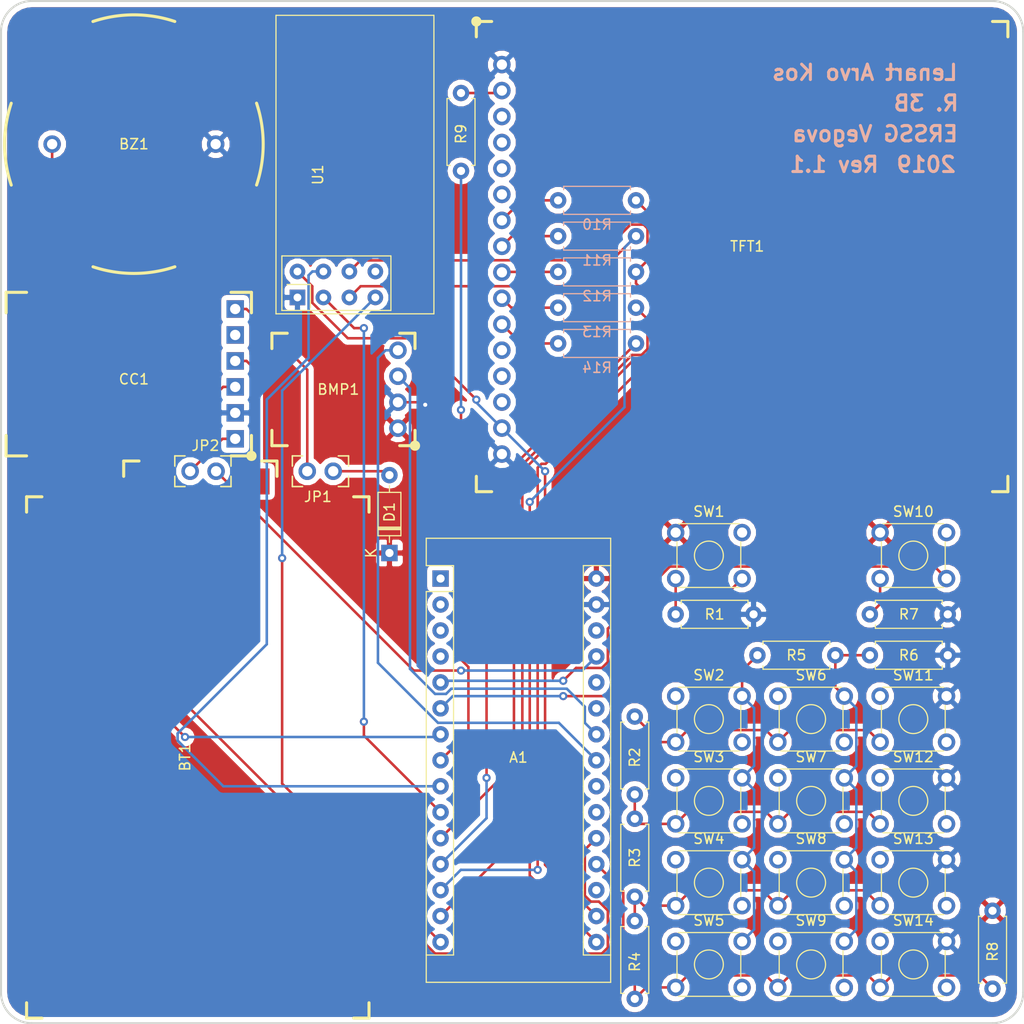
<source format=kicad_pcb>
(kicad_pcb (version 20171130) (host pcbnew 5.0.1)
  (title_block (title "Arduino Walkie Talkie") (date 2019-02-08) (rev 1.1) (comment 3 "Lisence: Beerware rev42") (comment 4 "Author: Lenart Arvo Kos"))
  (layers (0 F.Cu signal) (31 B.Cu signal) (34 B.Paste user) (35 F.Paste user) (36 B.SilkS user) (37 F.SilkS user) (38 B.Mask user) (39 F.Mask user) (44 Edge.Cuts user))
  (net 0 "")
  (net 1 "Net-(A1-Pad1)")
  (net 2 "Net-(A1-Pad17)")
  (net 3 "Net-(A1-Pad2)")
  (net 4 "Net-(A1-Pad18)")
  (net 5 "Net-(A1-Pad3)")
  (net 6 "Net-(A1-Pad19)")
  (net 7 "Net-(A1-Pad4)")
  (net 8 "Net-(A1-Pad20)")
  (net 9 "Net-(A1-Pad5)")
  (net 10 "Net-(A1-Pad21)")
  (net 11 "Net-(A1-Pad6)")
  (net 12 "Net-(A1-Pad22)")
  (net 13 "Net-(A1-Pad7)")
  (net 14 SDA)
  (net 15 "Net-(A1-Pad8)")
  (net 16 SCL)
  (net 17 "Net-(A1-Pad9)")
  (net 18 "Net-(A1-Pad25)")
  (net 19 "Net-(A1-Pad10)")
  (net 20 "Net-(A1-Pad26)")
  (net 21 "Net-(A1-Pad11)")
  (net 22 "Net-(A1-Pad27)")
  (net 23 "Net-(A1-Pad12)")
  (net 24 "Net-(A1-Pad28)")
  (net 25 "Net-(A1-Pad13)")
  (net 26 GND)
  (net 27 MOSI)
  (net 28 +5V)
  (net 29 MISO)
  (net 30 SCK)
  (net 31 "Net-(BT1-Pad2)")
  (net 32 "Net-(CC1-Pad5)")
  (net 33 "Net-(CC1-Pad6)")
  (net 34 "Net-(D1-Pad2)")
  (net 35 "Net-(R1-Pad1)")
  (net 36 "Net-(R2-Pad2)")
  (net 37 "Net-(R2-Pad1)")
  (net 38 "Net-(R3-Pad2)")
  (net 39 "Net-(R5-Pad1)")
  (net 40 "Net-(R5-Pad2)")
  (net 41 "Net-(R6-Pad2)")
  (net 42 "Net-(R9-Pad1)")
  (net 43 "Net-(SW1-Pad2)")
  (net 44 "Net-(SW2-Pad4)")
  (net 45 "Net-(SW2-Pad1)")
  (net 46 "Net-(SW3-Pad1)")
  (net 47 "Net-(SW3-Pad4)")
  (net 48 "Net-(SW4-Pad4)")
  (net 49 "Net-(SW4-Pad1)")
  (net 50 "Net-(SW5-Pad1)")
  (net 51 "Net-(SW5-Pad4)")
  (net 52 "Net-(SW6-Pad1)")
  (net 53 "Net-(SW6-Pad4)")
  (net 54 "Net-(SW7-Pad4)")
  (net 55 "Net-(SW7-Pad1)")
  (net 56 "Net-(SW8-Pad1)")
  (net 57 "Net-(SW8-Pad4)")
  (net 58 "Net-(SW9-Pad4)")
  (net 59 "Net-(SW9-Pad1)")
  (net 60 "Net-(SW10-Pad2)")
  (net 61 "Net-(SW11-Pad4)")
  (net 62 "Net-(SW11-Pad1)")
  (net 63 "Net-(SW12-Pad1)")
  (net 64 "Net-(SW12-Pad4)")
  (net 65 "Net-(SW13-Pad4)")
  (net 66 "Net-(SW13-Pad1)")
  (net 67 "Net-(SW14-Pad1)")
  (net 68 "Net-(SW14-Pad4)")
  (net 69 "Net-(TFT1-Pad3)")
  (net 70 "Net-(TFT1-Pad4)")
  (net 71 "Net-(TFT1-Pad5)")
  (net 72 "Net-(TFT1-Pad6)")
  (net 73 "Net-(TFT1-Pad12)")
  (net 74 "Net-(TFT1-Pad13)")
  (net 75 "Net-(TFT1-Pad14)")
  (net 76 "Net-(U1-Pad8)")
  (net 77 "Net-(R14-Pad1)")
  (net 78 "Net-(R13-Pad1)")
  (net 79 "Net-(R12-Pad1)")
  (net 80 "Net-(R11-Pad1)")
  (net 81 "Net-(R10-Pad1)")
  (net 82 "Net-(CC1-Pad1)")
  (module TFT_KMR_18_SPI:TFT_KMR_1.8_SPI (layer F.Cu) (at 171 64)
    (fp_text reference TFT1 (at 0 0) (layer F.SilkS))
    (fp_text value 1.8_SPI_TFT_128*160)
    (pad 16 thru_hole circle (at -24 20.32) (size 1.71 1.71) (drill 1.01) (layers *.Cu *.Mask) (net 26 GND))
    (pad 15 thru_hole circle (at -24 17.78) (size 1.71 1.71) (drill 1.01) (layers *.Cu *.Mask) (net 2 "Net-(A1-Pad17)"))
    (pad 14 thru_hole circle (at -24 15.24) (size 1.71 1.71) (drill 1.01) (layers *.Cu *.Mask) (net 75 "Net-(TFT1-Pad14)"))
    (pad 13 thru_hole circle (at -24 12.7) (size 1.71 1.71) (drill 1.01) (layers *.Cu *.Mask) (net 74 "Net-(TFT1-Pad13)"))
    (pad 12 thru_hole circle (at -24 10.16) (size 1.71 1.71) (drill 1.01) (layers *.Cu *.Mask) (net 73 "Net-(TFT1-Pad12)"))
    (pad 11 thru_hole circle (at -24 7.62) (size 1.71 1.71) (drill 1.01) (layers *.Cu *.Mask) (net 77 "Net-(R14-Pad1)"))
    (pad 10 thru_hole circle (at -24 5.08) (size 1.71 1.71) (drill 1.01) (layers *.Cu *.Mask) (net 78 "Net-(R13-Pad1)"))
    (pad 9 thru_hole circle (at -24 2.54) (size 1.71 1.71) (drill 1.01) (layers *.Cu *.Mask) (net 79 "Net-(R12-Pad1)"))
    (pad 8 thru_hole circle (at -24 0) (size 1.71 1.71) (drill 1.01) (layers *.Cu *.Mask) (net 80 "Net-(R11-Pad1)"))
    (pad 7 thru_hole circle (at -24 -2.54) (size 1.71 1.71) (drill 1.01) (layers *.Cu *.Mask) (net 81 "Net-(R10-Pad1)"))
    (pad 6 thru_hole circle (at -24 -5.08) (size 1.71 1.71) (drill 1.01) (layers *.Cu *.Mask) (net 72 "Net-(TFT1-Pad6)"))
    (pad 5 thru_hole circle (at -24 -7.62) (size 1.71 1.71) (drill 1.01) (layers *.Cu *.Mask) (net 71 "Net-(TFT1-Pad5)"))
    (pad 4 thru_hole circle (at -24 -10.16) (size 1.71 1.71) (drill 1.01) (layers *.Cu *.Mask) (net 70 "Net-(TFT1-Pad4)"))
    (pad 3 thru_hole circle (at -24 -12.7) (size 1.71 1.71) (drill 1.01) (layers *.Cu *.Mask) (net 69 "Net-(TFT1-Pad3)"))
    (pad 2 thru_hole circle (at -24 -15.24) (size 1.71 1.71) (drill 1.01) (layers *.Cu *.Mask) (net 42 "Net-(R9-Pad1)"))
    (pad 1 thru_hole circle (at -24 -17.78) (size 1.71 1.71) (drill 1.01) (layers *.Cu *.Mask) (net 26 GND))
  )
  (module PIN_JUMPER:PIN_JUMPER (layer F.Cu) (at 118 86 180)
    (fp_text reference JP2 (at 0 2.5 180) (layer F.SilkS))
    (fp_text value Jumper)
    (pad 1 thru_hole circle (at -1.04 0 180) (size 1.71 1.71) (drill 1.01) (layers *.Cu *.Mask) (net 22 "Net-(A1-Pad27)"))
    (pad 2 thru_hole circle (at 1.5 0 180) (size 1.71 1.71) (drill 1.01) (layers *.Cu *.Mask) (net 82 "Net-(CC1-Pad1)"))
  )
  (module Resistor_THT:R_Axial_DIN0207_L6.3mm_D2.5mm_P7.62mm_Horizontal (layer B.Cu) (at 152.5 73.5)
    (fp_text reference R14 (at 3.81 2.37) (layer B.SilkS) (effects (justify mirror)))
    (fp_text value 2k7)
    (pad 1 thru_hole circle (at 0 0) (size 1.6 1.6) (drill 0.8) (layers *.Cu *.Mask) (net 77 "Net-(R14-Pad1)"))
    (pad 2 thru_hole oval (at 7.62 0) (size 1.6 1.6) (drill 0.8) (layers *.Cu *.Mask) (net 23 "Net-(A1-Pad12)"))
  )
  (module Resistor_THT:R_Axial_DIN0207_L6.3mm_D2.5mm_P7.62mm_Horizontal (layer B.Cu) (at 152.5 70)
    (fp_text reference R13 (at 3.81 2.37) (layer B.SilkS) (effects (justify mirror)))
    (fp_text value 2k7)
    (pad 2 thru_hole oval (at 7.62 0) (size 1.6 1.6) (drill 0.8) (layers *.Cu *.Mask) (net 21 "Net-(A1-Pad11)"))
    (pad 1 thru_hole circle (at 0 0) (size 1.6 1.6) (drill 0.8) (layers *.Cu *.Mask) (net 78 "Net-(R13-Pad1)"))
  )
  (module Resistor_THT:R_Axial_DIN0207_L6.3mm_D2.5mm_P7.62mm_Horizontal (layer B.Cu) (at 152.5 66.5)
    (fp_text reference R12 (at 3.81 2.37) (layer B.SilkS) (effects (justify mirror)))
    (fp_text value 2k7)
    (pad 1 thru_hole circle (at 0 0) (size 1.6 1.6) (drill 0.8) (layers *.Cu *.Mask) (net 79 "Net-(R12-Pad1)"))
    (pad 2 thru_hole oval (at 7.62 0) (size 1.6 1.6) (drill 0.8) (layers *.Cu *.Mask) (net 27 MOSI))
  )
  (module Resistor_THT:R_Axial_DIN0207_L6.3mm_D2.5mm_P7.62mm_Horizontal (layer B.Cu) (at 152.5 63)
    (fp_text reference R11 (at 3.81 2.37) (layer B.SilkS) (effects (justify mirror)))
    (fp_text value 2k7)
    (pad 2 thru_hole oval (at 7.62 0) (size 1.6 1.6) (drill 0.8) (layers *.Cu *.Mask) (net 30 SCK))
    (pad 1 thru_hole circle (at 0 0) (size 1.6 1.6) (drill 0.8) (layers *.Cu *.Mask) (net 80 "Net-(R11-Pad1)"))
  )
  (module Resistor_THT:R_Axial_DIN0207_L6.3mm_D2.5mm_P7.62mm_Horizontal (layer B.Cu) (at 152.5 59.5)
    (fp_text reference R10 (at 3.81 2.37) (layer B.SilkS) (effects (justify mirror)))
    (fp_text value 2k7)
    (pad 1 thru_hole circle (at 0 0) (size 1.6 1.6) (drill 0.8) (layers *.Cu *.Mask) (net 81 "Net-(R10-Pad1)"))
    (pad 2 thru_hole oval (at 7.62 0) (size 1.6 1.6) (drill 0.8) (layers *.Cu *.Mask) (net 25 "Net-(A1-Pad13)"))
  )
  (module BUZZER:BUZZER (layer F.Cu) (at 111 54)
    (fp_text reference BZ1 (at 0 0) (layer F.SilkS))
    (fp_text value Buzzer)
    (pad 2 thru_hole circle (at 8 0) (size 1.71 1.71) (drill 1.01) (layers *.Cu *.Mask) (net 26 GND))
    (pad 1 thru_hole circle (at -8 0) (size 1.71 1.71) (drill 1.01) (layers *.Cu *.Mask) (net 13 "Net-(A1-Pad7)"))
  )
  (module Resistor_THT:R_Axial_DIN0207_L6.3mm_D2.5mm_P7.62mm_Horizontal (layer F.Cu) (at 160 130 270)
    (fp_text reference R4 (at 4 0 270) (layer F.SilkS))
    (fp_text value 1k5)
    (pad 1 thru_hole circle (at 0 0 270) (size 1.6 1.6) (drill 0.8) (layers *.Cu *.Mask) (net 38 "Net-(R3-Pad2)"))
    (pad 2 thru_hole oval (at 7.62 0 270) (size 1.6 1.6) (drill 0.8) (layers *.Cu *.Mask) (net 6 "Net-(A1-Pad19)"))
  )
  (module Resistor_THT:R_Axial_DIN0207_L6.3mm_D2.5mm_P7.62mm_Horizontal (layer F.Cu) (at 160 120 270)
    (fp_text reference R3 (at 3.81 0 270) (layer F.SilkS))
    (fp_text value 1k5)
    (pad 2 thru_hole oval (at 7.62 0 270) (size 1.6 1.6) (drill 0.8) (layers *.Cu *.Mask) (net 38 "Net-(R3-Pad2)"))
    (pad 1 thru_hole circle (at 0 0 270) (size 1.6 1.6) (drill 0.8) (layers *.Cu *.Mask) (net 36 "Net-(R2-Pad2)"))
  )
  (module Resistor_THT:R_Axial_DIN0207_L6.3mm_D2.5mm_P7.62mm_Horizontal (layer F.Cu) (at 160 110 270)
    (fp_text reference R2 (at 4 0 270) (layer F.SilkS))
    (fp_text value 15k)
    (pad 1 thru_hole circle (at 0 0 270) (size 1.6 1.6) (drill 0.8) (layers *.Cu *.Mask) (net 37 "Net-(R2-Pad1)"))
    (pad 2 thru_hole oval (at 7.62 0 270) (size 1.6 1.6) (drill 0.8) (layers *.Cu *.Mask) (net 36 "Net-(R2-Pad2)"))
  )
  (module Resistor_THT:R_Axial_DIN0207_L6.3mm_D2.5mm_P7.62mm_Horizontal (layer F.Cu) (at 164 100)
    (fp_text reference R1 (at 3.81 0) (layer F.SilkS))
    (fp_text value 10k)
    (pad 2 thru_hole oval (at 7.62 0) (size 1.6 1.6) (drill 0.8) (layers *.Cu *.Mask) (net 26 GND))
    (pad 1 thru_hole circle (at 0 0) (size 1.6 1.6) (drill 0.8) (layers *.Cu *.Mask) (net 35 "Net-(R1-Pad1)"))
  )
  (module Resistor_THT:R_Axial_DIN0207_L6.3mm_D2.5mm_P7.62mm_Horizontal (layer F.Cu) (at 179.62 104 180)
    (fp_text reference R5 (at 3.81 0 180) (layer F.SilkS))
    (fp_text value 4.7k)
    (pad 1 thru_hole circle (at 0 0 180) (size 1.6 1.6) (drill 0.8) (layers *.Cu *.Mask) (net 39 "Net-(R5-Pad1)"))
    (pad 2 thru_hole oval (at 7.62 0 180) (size 1.6 1.6) (drill 0.8) (layers *.Cu *.Mask) (net 40 "Net-(R5-Pad2)"))
  )
  (module Resistor_THT:R_Axial_DIN0207_L6.3mm_D2.5mm_P7.62mm_Horizontal (layer F.Cu) (at 190.62 100 180)
    (fp_text reference R6 (at 3.81 -4 180) (layer F.SilkS))
    (fp_text value 10k)
    (pad 2 thru_hole oval (at 7.62 0 180) (size 1.6 1.6) (drill 0.8) (layers *.Cu *.Mask) (net 41 "Net-(R6-Pad2)"))
    (pad 1 thru_hole circle (at 0 0 180) (size 1.6 1.6) (drill 0.8) (layers *.Cu *.Mask) (net 26 GND))
  )
  (module Resistor_THT:R_Axial_DIN0207_L6.3mm_D2.5mm_P7.62mm_Horizontal (layer F.Cu) (at 183 104)
    (fp_text reference R7 (at 3.81 -4) (layer F.SilkS))
    (fp_text value 2k2)
    (pad 1 thru_hole circle (at 0 0) (size 1.6 1.6) (drill 0.8) (layers *.Cu *.Mask) (net 39 "Net-(R5-Pad1)"))
    (pad 2 thru_hole oval (at 7.62 0) (size 1.6 1.6) (drill 0.8) (layers *.Cu *.Mask) (net 26 GND))
  )
  (module Resistor_THT:R_Axial_DIN0207_L6.3mm_D2.5mm_P7.62mm_Horizontal (layer F.Cu) (at 195 129 270)
    (fp_text reference R8 (at 4 0 270) (layer F.SilkS))
    (fp_text value 10k)
    (pad 2 thru_hole oval (at 7.62 0 270) (size 1.6 1.6) (drill 0.8) (layers *.Cu *.Mask) (net 6 "Net-(A1-Pad19)"))
    (pad 1 thru_hole circle (at 0 0 270) (size 1.6 1.6) (drill 0.8) (layers *.Cu *.Mask) (net 28 +5V))
  )
  (module Resistor_THT:R_Axial_DIN0207_L6.3mm_D2.5mm_P7.62mm_Horizontal (layer F.Cu) (at 143 49 270)
    (fp_text reference R9 (at 4 0 270) (layer F.SilkS))
    (fp_text value 220)
    (pad 1 thru_hole circle (at 0 0 270) (size 1.6 1.6) (drill 0.8) (layers *.Cu *.Mask) (net 42 "Net-(R9-Pad1)"))
    (pad 2 thru_hole oval (at 7.62 0 270) (size 1.6 1.6) (drill 0.8) (layers *.Cu *.Mask) (net 15 "Net-(A1-Pad8)"))
  )
  (module Module:Arduino_Nano (layer F.Cu) (at 141 96.5)
    (fp_text reference A1 (at 7.62 17.5) (layer F.SilkS))
    (fp_text value Arduino_Nano_v3.x)
    (pad 16 thru_hole oval (at 15.24 35.56) (size 1.6 1.6) (drill 0.8) (layers *.Cu *.Mask) (net 30 SCK))
    (pad 15 thru_hole oval (at 0 35.56) (size 1.6 1.6) (drill 0.8) (layers *.Cu *.Mask) (net 29 MISO))
    (pad 30 thru_hole oval (at 15.24 0) (size 1.6 1.6) (drill 0.8) (layers *.Cu *.Mask) (net 28 +5V))
    (pad 14 thru_hole oval (at 0 33.02) (size 1.6 1.6) (drill 0.8) (layers *.Cu *.Mask) (net 27 MOSI))
    (pad 29 thru_hole oval (at 15.24 2.54) (size 1.6 1.6) (drill 0.8) (layers *.Cu *.Mask) (net 26 GND))
    (pad 13 thru_hole oval (at 0 30.48) (size 1.6 1.6) (drill 0.8) (layers *.Cu *.Mask) (net 25 "Net-(A1-Pad13)"))
    (pad 28 thru_hole oval (at 15.24 5.08) (size 1.6 1.6) (drill 0.8) (layers *.Cu *.Mask) (net 24 "Net-(A1-Pad28)"))
    (pad 12 thru_hole oval (at 0 27.94) (size 1.6 1.6) (drill 0.8) (layers *.Cu *.Mask) (net 23 "Net-(A1-Pad12)"))
    (pad 27 thru_hole oval (at 15.24 7.62) (size 1.6 1.6) (drill 0.8) (layers *.Cu *.Mask) (net 22 "Net-(A1-Pad27)"))
    (pad 11 thru_hole oval (at 0 25.4) (size 1.6 1.6) (drill 0.8) (layers *.Cu *.Mask) (net 21 "Net-(A1-Pad11)"))
    (pad 26 thru_hole oval (at 15.24 10.16) (size 1.6 1.6) (drill 0.8) (layers *.Cu *.Mask) (net 20 "Net-(A1-Pad26)"))
    (pad 10 thru_hole oval (at 0 22.86) (size 1.6 1.6) (drill 0.8) (layers *.Cu *.Mask) (net 19 "Net-(A1-Pad10)"))
    (pad 25 thru_hole oval (at 15.24 12.7) (size 1.6 1.6) (drill 0.8) (layers *.Cu *.Mask) (net 18 "Net-(A1-Pad25)"))
    (pad 9 thru_hole oval (at 0 20.32) (size 1.6 1.6) (drill 0.8) (layers *.Cu *.Mask) (net 17 "Net-(A1-Pad9)"))
    (pad 24 thru_hole oval (at 15.24 15.24) (size 1.6 1.6) (drill 0.8) (layers *.Cu *.Mask) (net 16 SCL))
    (pad 8 thru_hole oval (at 0 17.78) (size 1.6 1.6) (drill 0.8) (layers *.Cu *.Mask) (net 15 "Net-(A1-Pad8)"))
    (pad 23 thru_hole oval (at 15.24 17.78) (size 1.6 1.6) (drill 0.8) (layers *.Cu *.Mask) (net 14 SDA))
    (pad 7 thru_hole oval (at 0 15.24) (size 1.6 1.6) (drill 0.8) (layers *.Cu *.Mask) (net 13 "Net-(A1-Pad7)"))
    (pad 22 thru_hole oval (at 15.24 20.32) (size 1.6 1.6) (drill 0.8) (layers *.Cu *.Mask) (net 12 "Net-(A1-Pad22)"))
    (pad 6 thru_hole oval (at 0 12.7) (size 1.6 1.6) (drill 0.8) (layers *.Cu *.Mask) (net 11 "Net-(A1-Pad6)"))
    (pad 21 thru_hole oval (at 15.24 22.86) (size 1.6 1.6) (drill 0.8) (layers *.Cu *.Mask) (net 10 "Net-(A1-Pad21)"))
    (pad 5 thru_hole oval (at 0 10.16) (size 1.6 1.6) (drill 0.8) (layers *.Cu *.Mask) (net 9 "Net-(A1-Pad5)"))
    (pad 20 thru_hole oval (at 15.24 25.4) (size 1.6 1.6) (drill 0.8) (layers *.Cu *.Mask) (net 8 "Net-(A1-Pad20)"))
    (pad 4 thru_hole oval (at 0 7.62) (size 1.6 1.6) (drill 0.8) (layers *.Cu *.Mask) (net 7 "Net-(A1-Pad4)"))
    (pad 19 thru_hole oval (at 15.24 27.94) (size 1.6 1.6) (drill 0.8) (layers *.Cu *.Mask) (net 6 "Net-(A1-Pad19)"))
    (pad 3 thru_hole oval (at 0 5.08) (size 1.6 1.6) (drill 0.8) (layers *.Cu *.Mask) (net 5 "Net-(A1-Pad3)"))
    (pad 18 thru_hole oval (at 15.24 30.48) (size 1.6 1.6) (drill 0.8) (layers *.Cu *.Mask) (net 4 "Net-(A1-Pad18)"))
    (pad 2 thru_hole oval (at 0 2.54) (size 1.6 1.6) (drill 0.8) (layers *.Cu *.Mask) (net 3 "Net-(A1-Pad2)"))
    (pad 17 thru_hole oval (at 15.24 33.02) (size 1.6 1.6) (drill 0.8) (layers *.Cu *.Mask) (net 2 "Net-(A1-Pad17)"))
    (pad 1 thru_hole rect (at 0 0) (size 1.6 1.6) (drill 0.8) (layers *.Cu *.Mask) (net 1 "Net-(A1-Pad1)"))
  )
  (module BMP280:BMP280 (layer F.Cu) (at 131 78 180)
    (fp_text reference BMP1 (at 0 0 180) (layer F.SilkS))
    (fp_text value BMP280)
    (pad 4 thru_hole circle (at -5.83 3.83 180) (size 1.71 1.71) (drill 1.01) (layers *.Cu *.Mask) (net 14 SDA))
    (pad 3 thru_hole circle (at -5.83 1.29 180) (size 1.71 1.71) (drill 1.01) (layers *.Cu *.Mask) (net 16 SCL))
    (pad 2 thru_hole circle (at -5.83 -1.25 180) (size 1.71 1.71) (drill 1.01) (layers *.Cu *.Mask) (net 26 GND))
    (pad 1 thru_hole circle (at -5.83 -3.79 180) (size 1.71 1.71) (drill 1.01) (layers *.Cu *.Mask) (net 28 +5V))
  )
  (module BAT_LIION_3V7:BAT_LIION_3V7 (layer F.Cu) (at 116 114 270)
    (fp_text reference BT1 (at 0 0 270) (layer F.SilkS))
    (fp_text value Battery)
    (pad 2 connect rect (at -27 -7 270) (size 2.54 2.54) (layers F.Cu F.Mask) (net 31 "Net-(BT1-Pad2)"))
    (pad 1 connect rect (at -27 4 270) (size 2.54 2.54) (layers F.Cu F.Mask) (net 8 "Net-(A1-Pad20)"))
  )
  (module DD05CVSA:DD05CVSA (layer F.Cu) (at 111 77 180)
    (fp_text reference CC1 (at 0 0 180) (layer F.SilkS))
    (fp_text value DD05CVSA)
    (pad 6 thru_hole rect (at -9.91 6.87 180) (size 1.71 1.71) (drill 1.01) (layers *.Cu *.Mask) (net 33 "Net-(CC1-Pad6)"))
    (pad 5 thru_hole rect (at -9.91 4.33 180) (size 1.71 1.71) (drill 1.01) (layers *.Cu *.Mask) (net 32 "Net-(CC1-Pad5)"))
    (pad 4 thru_hole rect (at -9.91 1.79 180) (size 1.71 1.71) (drill 1.01) (layers *.Cu *.Mask) (net 31 "Net-(BT1-Pad2)"))
    (pad 3 thru_hole rect (at -9.91 -0.75 180) (size 1.71 1.71) (drill 1.01) (layers *.Cu *.Mask) (net 8 "Net-(A1-Pad20)"))
    (pad 2 thru_hole rect (at -9.91 -3.29 180) (size 1.71 1.71) (drill 1.01) (layers *.Cu *.Mask) (net 26 GND))
    (pad 1 thru_hole rect (at -9.91 -5.83 180) (size 1.71 1.71) (drill 1.01) (layers *.Cu *.Mask) (net 82 "Net-(CC1-Pad1)"))
  )
  (module Diode_THT:D_DO-35_SOD27_P7.62mm_Horizontal (layer F.Cu) (at 136 94 90)
    (fp_text reference D1 (at 4 0 90) (layer F.SilkS))
    (fp_text value 1N4148)
    (fp_text user K (at 0 -1.8 90) (layer F.SilkS))
    (pad 2 thru_hole oval (at 7.62 0 90) (size 1.6 1.6) (drill 0.8) (layers *.Cu *.Mask) (net 34 "Net-(D1-Pad2)"))
    (pad 1 thru_hole rect (at 0 0 90) (size 1.6 1.6) (drill 0.8) (layers *.Cu *.Mask) (net 28 +5V))
  )
  (module PIN_JUMPER:PIN_JUMPER (layer F.Cu) (at 129 86)
    (fp_text reference JP1 (at 0 2.5) (layer F.SilkS))
    (fp_text value Jumper)
    (pad 2 thru_hole circle (at 1.5 0) (size 1.71 1.71) (drill 1.01) (layers *.Cu *.Mask) (net 34 "Net-(D1-Pad2)"))
    (pad 1 thru_hole circle (at -1.04 0) (size 1.71 1.71) (drill 1.01) (layers *.Cu *.Mask) (net 33 "Net-(CC1-Pad6)"))
  )
  (module Button_Switch_THT:SW_TH_Tactile_Omron_B3F-10xx (layer F.Cu) (at 164 92)
    (fp_text reference SW1 (at 3.25 -2.05) (layer F.SilkS))
    (fp_text value SW_Push_Dual)
    (pad 1 thru_hole circle (at 0 0) (size 1.7 1.7) (drill 1) (layers *.Cu *.Mask) (net 28 +5V))
    (pad 2 thru_hole circle (at 6.5 0) (size 1.7 1.7) (drill 1) (layers *.Cu *.Mask) (net 43 "Net-(SW1-Pad2)"))
    (pad 3 thru_hole circle (at 0 4.5) (size 1.7 1.7) (drill 1) (layers *.Cu *.Mask) (net 35 "Net-(R1-Pad1)"))
    (pad 4 thru_hole circle (at 6.5 4.5) (size 1.7 1.7) (drill 1) (layers *.Cu *.Mask) (net 11 "Net-(A1-Pad6)"))
  )
  (module Button_Switch_THT:SW_TH_Tactile_Omron_B3F-10xx (layer F.Cu) (at 164 108)
    (fp_text reference SW2 (at 3.25 -2.05) (layer F.SilkS))
    (fp_text value SW_Push_Dual)
    (pad 1 thru_hole circle (at 0 0) (size 1.7 1.7) (drill 1) (layers *.Cu *.Mask) (net 45 "Net-(SW2-Pad1)"))
    (pad 2 thru_hole circle (at 6.5 0) (size 1.7 1.7) (drill 1) (layers *.Cu *.Mask) (net 40 "Net-(R5-Pad2)"))
    (pad 3 thru_hole circle (at 0 4.5) (size 1.7 1.7) (drill 1) (layers *.Cu *.Mask) (net 37 "Net-(R2-Pad1)"))
    (pad 4 thru_hole circle (at 6.5 4.5) (size 1.7 1.7) (drill 1) (layers *.Cu *.Mask) (net 44 "Net-(SW2-Pad4)"))
  )
  (module Button_Switch_THT:SW_TH_Tactile_Omron_B3F-10xx (layer F.Cu) (at 164 116)
    (fp_text reference SW3 (at 3.25 -2.05) (layer F.SilkS))
    (fp_text value SW_Push_Dual)
    (pad 1 thru_hole circle (at 0 0) (size 1.7 1.7) (drill 1) (layers *.Cu *.Mask) (net 46 "Net-(SW3-Pad1)"))
    (pad 2 thru_hole circle (at 6.5 0) (size 1.7 1.7) (drill 1) (layers *.Cu *.Mask) (net 40 "Net-(R5-Pad2)"))
    (pad 3 thru_hole circle (at 0 4.5) (size 1.7 1.7) (drill 1) (layers *.Cu *.Mask) (net 36 "Net-(R2-Pad2)"))
    (pad 4 thru_hole circle (at 6.5 4.5) (size 1.7 1.7) (drill 1) (layers *.Cu *.Mask) (net 47 "Net-(SW3-Pad4)"))
  )
  (module Button_Switch_THT:SW_TH_Tactile_Omron_B3F-10xx (layer F.Cu) (at 164 124)
    (fp_text reference SW4 (at 3.25 -2.05) (layer F.SilkS))
    (fp_text value SW_Push_Dual)
    (pad 1 thru_hole circle (at 0 0) (size 1.7 1.7) (drill 1) (layers *.Cu *.Mask) (net 49 "Net-(SW4-Pad1)"))
    (pad 2 thru_hole circle (at 6.5 0) (size 1.7 1.7) (drill 1) (layers *.Cu *.Mask) (net 40 "Net-(R5-Pad2)"))
    (pad 3 thru_hole circle (at 0 4.5) (size 1.7 1.7) (drill 1) (layers *.Cu *.Mask) (net 38 "Net-(R3-Pad2)"))
    (pad 4 thru_hole circle (at 6.5 4.5) (size 1.7 1.7) (drill 1) (layers *.Cu *.Mask) (net 48 "Net-(SW4-Pad4)"))
  )
  (module Button_Switch_THT:SW_TH_Tactile_Omron_B3F-10xx (layer F.Cu) (at 164 132)
    (fp_text reference SW5 (at 3.25 -2.05) (layer F.SilkS))
    (fp_text value SW_Push_Dual)
    (pad 1 thru_hole circle (at 0 0) (size 1.7 1.7) (drill 1) (layers *.Cu *.Mask) (net 50 "Net-(SW5-Pad1)"))
    (pad 2 thru_hole circle (at 6.5 0) (size 1.7 1.7) (drill 1) (layers *.Cu *.Mask) (net 40 "Net-(R5-Pad2)"))
    (pad 3 thru_hole circle (at 0 4.5) (size 1.7 1.7) (drill 1) (layers *.Cu *.Mask) (net 6 "Net-(A1-Pad19)"))
    (pad 4 thru_hole circle (at 6.5 4.5) (size 1.7 1.7) (drill 1) (layers *.Cu *.Mask) (net 51 "Net-(SW5-Pad4)"))
  )
  (module Button_Switch_THT:SW_TH_Tactile_Omron_B3F-10xx (layer F.Cu) (at 174 108)
    (fp_text reference SW6 (at 3.25 -2.05) (layer F.SilkS))
    (fp_text value SW_Push_Dual)
    (pad 1 thru_hole circle (at 0 0) (size 1.7 1.7) (drill 1) (layers *.Cu *.Mask) (net 52 "Net-(SW6-Pad1)"))
    (pad 2 thru_hole circle (at 6.5 0) (size 1.7 1.7) (drill 1) (layers *.Cu *.Mask) (net 39 "Net-(R5-Pad1)"))
    (pad 3 thru_hole circle (at 0 4.5) (size 1.7 1.7) (drill 1) (layers *.Cu *.Mask) (net 37 "Net-(R2-Pad1)"))
    (pad 4 thru_hole circle (at 6.5 4.5) (size 1.7 1.7) (drill 1) (layers *.Cu *.Mask) (net 53 "Net-(SW6-Pad4)"))
  )
  (module Button_Switch_THT:SW_TH_Tactile_Omron_B3F-10xx (layer F.Cu) (at 174 116)
    (fp_text reference SW7 (at 3.25 -2.05) (layer F.SilkS))
    (fp_text value SW_Push_Dual)
    (pad 1 thru_hole circle (at 0 0) (size 1.7 1.7) (drill 1) (layers *.Cu *.Mask) (net 55 "Net-(SW7-Pad1)"))
    (pad 2 thru_hole circle (at 6.5 0) (size 1.7 1.7) (drill 1) (layers *.Cu *.Mask) (net 39 "Net-(R5-Pad1)"))
    (pad 3 thru_hole circle (at 0 4.5) (size 1.7 1.7) (drill 1) (layers *.Cu *.Mask) (net 36 "Net-(R2-Pad2)"))
    (pad 4 thru_hole circle (at 6.5 4.5) (size 1.7 1.7) (drill 1) (layers *.Cu *.Mask) (net 54 "Net-(SW7-Pad4)"))
  )
  (module Button_Switch_THT:SW_TH_Tactile_Omron_B3F-10xx (layer F.Cu) (at 174 124)
    (fp_text reference SW8 (at 3.25 -2.05) (layer F.SilkS))
    (fp_text value SW_Push_Dual)
    (pad 1 thru_hole circle (at 0 0) (size 1.7 1.7) (drill 1) (layers *.Cu *.Mask) (net 56 "Net-(SW8-Pad1)"))
    (pad 2 thru_hole circle (at 6.5 0) (size 1.7 1.7) (drill 1) (layers *.Cu *.Mask) (net 39 "Net-(R5-Pad1)"))
    (pad 3 thru_hole circle (at 0 4.5) (size 1.7 1.7) (drill 1) (layers *.Cu *.Mask) (net 38 "Net-(R3-Pad2)"))
    (pad 4 thru_hole circle (at 6.5 4.5) (size 1.7 1.7) (drill 1) (layers *.Cu *.Mask) (net 57 "Net-(SW8-Pad4)"))
  )
  (module Button_Switch_THT:SW_TH_Tactile_Omron_B3F-10xx (layer F.Cu) (at 174 132)
    (fp_text reference SW9 (at 3.25 -2.05) (layer F.SilkS))
    (fp_text value SW_Push_Dual)
    (pad 1 thru_hole circle (at 0 0) (size 1.7 1.7) (drill 1) (layers *.Cu *.Mask) (net 59 "Net-(SW9-Pad1)"))
    (pad 2 thru_hole circle (at 6.5 0) (size 1.7 1.7) (drill 1) (layers *.Cu *.Mask) (net 39 "Net-(R5-Pad1)"))
    (pad 3 thru_hole circle (at 0 4.5) (size 1.7 1.7) (drill 1) (layers *.Cu *.Mask) (net 6 "Net-(A1-Pad19)"))
    (pad 4 thru_hole circle (at 6.5 4.5) (size 1.7 1.7) (drill 1) (layers *.Cu *.Mask) (net 58 "Net-(SW9-Pad4)"))
  )
  (module Button_Switch_THT:SW_TH_Tactile_Omron_B3F-10xx (layer F.Cu) (at 184 92)
    (fp_text reference SW10 (at 3.25 -2.05) (layer F.SilkS))
    (fp_text value SW_Push_Dual)
    (pad 1 thru_hole circle (at 0 0) (size 1.7 1.7) (drill 1) (layers *.Cu *.Mask) (net 28 +5V))
    (pad 2 thru_hole circle (at 6.5 0) (size 1.7 1.7) (drill 1) (layers *.Cu *.Mask) (net 60 "Net-(SW10-Pad2)"))
    (pad 3 thru_hole circle (at 0 4.5) (size 1.7 1.7) (drill 1) (layers *.Cu *.Mask) (net 41 "Net-(R6-Pad2)"))
    (pad 4 thru_hole circle (at 6.5 4.5) (size 1.7 1.7) (drill 1) (layers *.Cu *.Mask) (net 9 "Net-(A1-Pad5)"))
  )
  (module Button_Switch_THT:SW_TH_Tactile_Omron_B3F-10xx (layer F.Cu) (at 184 108)
    (fp_text reference SW11 (at 3.25 -2.05) (layer F.SilkS))
    (fp_text value SW_Push_Dual)
    (pad 1 thru_hole circle (at 0 0) (size 1.7 1.7) (drill 1) (layers *.Cu *.Mask) (net 62 "Net-(SW11-Pad1)"))
    (pad 2 thru_hole circle (at 6.5 0) (size 1.7 1.7) (drill 1) (layers *.Cu *.Mask) (net 26 GND))
    (pad 3 thru_hole circle (at 0 4.5) (size 1.7 1.7) (drill 1) (layers *.Cu *.Mask) (net 37 "Net-(R2-Pad1)"))
    (pad 4 thru_hole circle (at 6.5 4.5) (size 1.7 1.7) (drill 1) (layers *.Cu *.Mask) (net 61 "Net-(SW11-Pad4)"))
  )
  (module Button_Switch_THT:SW_TH_Tactile_Omron_B3F-10xx (layer F.Cu) (at 184 116)
    (fp_text reference SW12 (at 3.25 -2.05) (layer F.SilkS))
    (fp_text value SW_Push_Dual)
    (pad 1 thru_hole circle (at 0 0) (size 1.7 1.7) (drill 1) (layers *.Cu *.Mask) (net 63 "Net-(SW12-Pad1)"))
    (pad 2 thru_hole circle (at 6.5 0) (size 1.7 1.7) (drill 1) (layers *.Cu *.Mask) (net 26 GND))
    (pad 3 thru_hole circle (at 0 4.5) (size 1.7 1.7) (drill 1) (layers *.Cu *.Mask) (net 36 "Net-(R2-Pad2)"))
    (pad 4 thru_hole circle (at 6.5 4.5) (size 1.7 1.7) (drill 1) (layers *.Cu *.Mask) (net 64 "Net-(SW12-Pad4)"))
  )
  (module Button_Switch_THT:SW_TH_Tactile_Omron_B3F-10xx (layer F.Cu) (at 184 124)
    (fp_text reference SW13 (at 3.25 -2.05) (layer F.SilkS))
    (fp_text value SW_Push_Dual)
    (pad 1 thru_hole circle (at 0 0) (size 1.7 1.7) (drill 1) (layers *.Cu *.Mask) (net 66 "Net-(SW13-Pad1)"))
    (pad 2 thru_hole circle (at 6.5 0) (size 1.7 1.7) (drill 1) (layers *.Cu *.Mask) (net 26 GND))
    (pad 3 thru_hole circle (at 0 4.5) (size 1.7 1.7) (drill 1) (layers *.Cu *.Mask) (net 38 "Net-(R3-Pad2)"))
    (pad 4 thru_hole circle (at 6.5 4.5) (size 1.7 1.7) (drill 1) (layers *.Cu *.Mask) (net 65 "Net-(SW13-Pad4)"))
  )
  (module Button_Switch_THT:SW_TH_Tactile_Omron_B3F-10xx (layer F.Cu) (at 184 132)
    (fp_text reference SW14 (at 3.25 -2.05) (layer F.SilkS))
    (fp_text value SW_Push_Dual)
    (pad 1 thru_hole circle (at 0 0) (size 1.7 1.7) (drill 1) (layers *.Cu *.Mask) (net 67 "Net-(SW14-Pad1)"))
    (pad 2 thru_hole circle (at 6.5 0) (size 1.7 1.7) (drill 1) (layers *.Cu *.Mask) (net 26 GND))
    (pad 3 thru_hole circle (at 0 4.5) (size 1.7 1.7) (drill 1) (layers *.Cu *.Mask) (net 6 "Net-(A1-Pad19)"))
    (pad 4 thru_hole circle (at 6.5 4.5) (size 1.7 1.7) (drill 1) (layers *.Cu *.Mask) (net 68 "Net-(SW14-Pad4)"))
  )
  (module RF_Module:nRF24L01_Breakout (layer F.Cu) (at 127 69 90)
    (fp_text reference U1 (at 12 2 90) (layer F.SilkS))
    (fp_text value NRF24L01_Breakout)
    (pad 8 thru_hole circle (at 2.54 7.62 90) (size 1.524 1.524) (drill 0.762) (layers *.Cu *.Mask) (net 76 "Net-(U1-Pad8)"))
    (pad 7 thru_hole circle (at 0 7.62 90) (size 1.524 1.524) (drill 0.762) (layers *.Cu *.Mask) (net 29 MISO))
    (pad 6 thru_hole circle (at 2.54 5.08 90) (size 1.524 1.524) (drill 0.762) (layers *.Cu *.Mask) (net 27 MOSI))
    (pad 5 thru_hole circle (at 0 5.08 90) (size 1.524 1.524) (drill 0.762) (layers *.Cu *.Mask) (net 30 SCK))
    (pad 4 thru_hole circle (at 2.54 2.54 90) (size 1.524 1.524) (drill 0.762) (layers *.Cu *.Mask) (net 17 "Net-(A1-Pad9)"))
    (pad 3 thru_hole circle (at 0 2.54 90) (size 1.524 1.524) (drill 0.762) (layers *.Cu *.Mask) (net 19 "Net-(A1-Pad10)"))
    (pad 2 thru_hole circle (at 2.54 0 90) (size 1.524 1.524) (drill 0.762) (layers *.Cu *.Mask) (net 2 "Net-(A1-Pad17)"))
    (pad 1 thru_hole rect (at 0 0 90) (size 1.524 1.524) (drill 0.762) (layers *.Cu *.Mask) (net 26 GND))
  )
  (gr_line (start 101 40) (end 195 40) (layer Edge.Cuts) (width 0.2))
  (gr_line (start 195 140) (end 101 140) (layer Edge.Cuts) (width 0.2))
  (gr_text "Rev 1.1" (at 179.5 56) (layer B.SilkS) (effects (font (size 1.5 1.5) (thickness 0.3)) (justify mirror)))
  (gr_text 2019 (at 188.5 56) (layer B.SilkS) (effects (font (size 1.5 1.5) (thickness 0.3)) (justify mirror)))
  (gr_text "ERSSG Vegova" (at 183.5 53) (layer B.SilkS) (effects (font (size 1.5 1.5) (thickness 0.3)) (justify mirror)))
  (gr_text "R. 3B" (at 188.5 50) (layer B.SilkS) (effects (font (size 1.5 1.5) (thickness 0.3)) (justify mirror)))
  (gr_text "Lenart Arvo Kos" (at 182.5 47) (layer B.SilkS) (effects (font (size 1.5 1.5) (thickness 0.3)) (justify mirror)))
  (gr_line (start 98 43) (end 98 137) (layer Edge.Cuts) (width 0.2))
  (gr_line (start 198 137) (end 198 43) (layer Edge.Cuts) (width 0.2))
  (gr_arc (start 101 137) (end 98 137) (angle -90) (layer Edge.Cuts) (width 0.2))
  (gr_arc (start 101 43) (end 101 40) (angle -90) (layer Edge.Cuts) (width 0.2))
  (gr_arc (start 195 43) (end 198 43) (angle -90) (layer Edge.Cuts) (width 0.2))
  (gr_arc (start 195 137) (end 195 140) (angle -90) (layer Edge.Cuts) (width 0.2))
  (via (at 151.225 86) (size 0.8) (drill 0.4) (layers F.Cu B.Cu) (net 2))
  (segment (start 147 81.78) (end 151.22 86) (width 0.25) (layer B.Cu) (net 2))
  (segment (start 151.22 86) (end 151.225 86) (width 0.25) (layer B.Cu) (net 2))
  (segment (start 151.225 124.505) (end 156.24 129.52) (width 0.25) (layer F.Cu) (net 2))
  (segment (start 151.225 86) (end 151.225 124.505) (width 0.25) (layer F.Cu) (net 2))
  (via (at 144.5 79) (size 0.8) (drill 0.4) (layers F.Cu B.Cu) (net 2))
  (segment (start 147 81.78) (end 144.5 79.28) (width 0.25) (layer B.Cu) (net 2))
  (segment (start 144.5 79.28) (end 144.5 79) (width 0.25) (layer B.Cu) (net 2))
  (segment (start 127.761999 67.221999) (end 127 66.46) (width 0.25) (layer F.Cu) (net 2))
  (segment (start 128.452999 69.521761) (end 128.452999 67.912999) (width 0.25) (layer F.Cu) (net 2))
  (segment (start 131.921237 72.989999) (end 128.452999 69.521761) (width 0.25) (layer F.Cu) (net 2))
  (segment (start 138.489999 72.989999) (end 131.921237 72.989999) (width 0.25) (layer F.Cu) (net 2))
  (segment (start 128.452999 67.912999) (end 127.761999 67.221999) (width 0.25) (layer F.Cu) (net 2))
  (segment (start 144.5 79) (end 138.489999 72.989999) (width 0.25) (layer F.Cu) (net 2))
  (segment (start 184.849999 135.650001) (end 184 136.5) (width 0.25) (layer F.Cu) (net 6))
  (segment (start 185.175001 135.324999) (end 184.849999 135.650001) (width 0.25) (layer F.Cu) (net 6))
  (segment (start 193.704999 135.324999) (end 185.175001 135.324999) (width 0.25) (layer F.Cu) (net 6))
  (segment (start 195 136.62) (end 193.704999 135.324999) (width 0.25) (layer F.Cu) (net 6))
  (segment (start 182.824999 135.324999) (end 175.175001 135.324999) (width 0.25) (layer F.Cu) (net 6))
  (segment (start 174.849999 135.650001) (end 174 136.5) (width 0.25) (layer F.Cu) (net 6))
  (segment (start 175.175001 135.324999) (end 174.849999 135.650001) (width 0.25) (layer F.Cu) (net 6))
  (segment (start 184 136.5) (end 182.824999 135.324999) (width 0.25) (layer F.Cu) (net 6))
  (segment (start 164.849999 135.650001) (end 164 136.5) (width 0.25) (layer F.Cu) (net 6))
  (segment (start 165.175001 135.324999) (end 164.849999 135.650001) (width 0.25) (layer F.Cu) (net 6))
  (segment (start 172.824999 135.324999) (end 165.175001 135.324999) (width 0.25) (layer F.Cu) (net 6))
  (segment (start 174 136.5) (end 172.824999 135.324999) (width 0.25) (layer F.Cu) (net 6))
  (segment (start 161.12 136.5) (end 160 137.62) (width 0.25) (layer F.Cu) (net 6))
  (segment (start 164 136.5) (end 161.12 136.5) (width 0.25) (layer F.Cu) (net 6))
  (segment (start 160 137.62) (end 160 132) (width 0.25) (layer F.Cu) (net 6))
  (segment (start 157.039999 125.239999) (end 156.24 124.44) (width 0.25) (layer F.Cu) (net 6))
  (segment (start 158.874999 127.074999) (end 157.039999 125.239999) (width 0.25) (layer F.Cu) (net 6))
  (segment (start 158.874999 130.874999) (end 158.874999 127.074999) (width 0.25) (layer F.Cu) (net 6))
  (segment (start 160 132) (end 158.874999 130.874999) (width 0.25) (layer F.Cu) (net 6))
  (segment (start 119.805 77.75) (end 120.91 77.75) (width 0.25) (layer F.Cu) (net 8))
  (segment (start 119.73 77.75) (end 119.805 77.75) (width 0.25) (layer F.Cu) (net 8))
  (segment (start 112 85.48) (end 119.73 77.75) (width 0.25) (layer F.Cu) (net 8))
  (segment (start 112 87) (end 112 85.48) (width 0.25) (layer F.Cu) (net 8))
  (segment (start 155.440001 122.699999) (end 156.24 121.9) (width 0.25) (layer F.Cu) (net 8))
  (segment (start 155.114999 123.025001) (end 155.440001 122.699999) (width 0.25) (layer F.Cu) (net 8))
  (segment (start 155.114999 127.520001) (end 155.114999 123.025001) (width 0.25) (layer F.Cu) (net 8))
  (segment (start 156.490003 128.105001) (end 155.699999 128.105001) (width 0.25) (layer F.Cu) (net 8))
  (segment (start 157.365001 128.979999) (end 156.490003 128.105001) (width 0.25) (layer F.Cu) (net 8))
  (segment (start 157.365001 132.600001) (end 157.365001 128.979999) (width 0.25) (layer F.Cu) (net 8))
  (segment (start 156.780001 133.185001) (end 157.365001 132.600001) (width 0.25) (layer F.Cu) (net 8))
  (segment (start 140.459999 133.185001) (end 156.780001 133.185001) (width 0.25) (layer F.Cu) (net 8))
  (segment (start 155.699999 128.105001) (end 155.114999 127.520001) (width 0.25) (layer F.Cu) (net 8))
  (segment (start 112 104.725002) (end 140.459999 133.185001) (width 0.25) (layer F.Cu) (net 8))
  (segment (start 112 87) (end 112 104.725002) (width 0.25) (layer F.Cu) (net 8))
  (via (at 153 106.5) (size 0.8) (drill 0.4) (layers F.Cu B.Cu) (net 9))
  (segment (start 154.254999 105.245001) (end 153 106.5) (width 0.25) (layer F.Cu) (net 9))
  (segment (start 189.324999 95.324999) (end 163.435999 95.324999) (width 0.25) (layer F.Cu) (net 9))
  (segment (start 163.435999 95.324999) (end 157.365001 101.395997) (width 0.25) (layer F.Cu) (net 9))
  (segment (start 157.365001 101.395997) (end 157.365001 104.660001) (width 0.25) (layer F.Cu) (net 9))
  (segment (start 190.5 96.5) (end 189.324999 95.324999) (width 0.25) (layer F.Cu) (net 9))
  (segment (start 157.365001 104.660001) (end 156.780001 105.245001) (width 0.25) (layer F.Cu) (net 9))
  (segment (start 156.780001 105.245001) (end 154.254999 105.245001) (width 0.25) (layer F.Cu) (net 9))
  (segment (start 141.16 106.5) (end 141 106.66) (width 0.25) (layer B.Cu) (net 9))
  (segment (start 153 106.5) (end 141.16 106.5) (width 0.25) (layer B.Cu) (net 9))
  (via (at 153 108) (size 0.8) (drill 0.4) (layers F.Cu B.Cu) (net 11))
  (segment (start 170.5 96.5) (end 159 108) (width 0.25) (layer F.Cu) (net 11))
  (segment (start 159 108) (end 153 108) (width 0.25) (layer F.Cu) (net 11))
  (segment (start 142.2 108) (end 141 109.2) (width 0.25) (layer B.Cu) (net 11))
  (segment (start 153 108) (end 142.2 108) (width 0.25) (layer B.Cu) (net 11))
  (via (at 116 112) (size 0.8) (drill 0.4) (layers F.Cu B.Cu) (net 13))
  (segment (start 103 54) (end 103 99) (width 0.25) (layer F.Cu) (net 13))
  (segment (start 103 99) (end 116 112) (width 0.25) (layer F.Cu) (net 13))
  (segment (start 140.74 112) (end 141 111.74) (width 0.25) (layer B.Cu) (net 13))
  (segment (start 116 112) (end 140.74 112) (width 0.25) (layer B.Cu) (net 13))
  (segment (start 155.440001 113.480001) (end 156.24 114.28) (width 0.25) (layer B.Cu) (net 14))
  (segment (start 152.574999 110.614999) (end 155.440001 113.480001) (width 0.25) (layer B.Cu) (net 14))
  (segment (start 140.749997 110.614999) (end 152.574999 110.614999) (width 0.25) (layer B.Cu) (net 14))
  (segment (start 134.874999 104.740001) (end 140.749997 110.614999) (width 0.25) (layer B.Cu) (net 14))
  (segment (start 134.874999 74.915849) (end 134.874999 104.740001) (width 0.25) (layer B.Cu) (net 14))
  (segment (start 135.620848 74.17) (end 134.874999 74.915849) (width 0.25) (layer B.Cu) (net 14))
  (segment (start 136.83 74.17) (end 135.620848 74.17) (width 0.25) (layer B.Cu) (net 14))
  (via (at 143 80) (size 0.8) (drill 0.4) (layers F.Cu B.Cu) (net 15))
  (segment (start 143 56.62) (end 143 80) (width 0.25) (layer B.Cu) (net 15))
  (segment (start 141.799999 113.480001) (end 141 114.28) (width 0.25) (layer F.Cu) (net 15))
  (segment (start 143.725001 105.151999) (end 143.725001 111.554999) (width 0.25) (layer F.Cu) (net 15))
  (segment (start 143.725001 111.554999) (end 141.799999 113.480001) (width 0.25) (layer F.Cu) (net 15))
  (segment (start 143 104.426998) (end 143.725001 105.151999) (width 0.25) (layer F.Cu) (net 15))
  (segment (start 143 80) (end 143 104.426998) (width 0.25) (layer F.Cu) (net 15))
  (segment (start 138.010001 77.890001) (end 137.684999 77.564999) (width 0.25) (layer B.Cu) (net 16))
  (segment (start 138.010001 105.335003) (end 138.010001 77.890001) (width 0.25) (layer B.Cu) (net 16))
  (segment (start 140.459999 107.785001) (end 138.010001 105.335003) (width 0.25) (layer B.Cu) (net 16))
  (segment (start 137.684999 77.564999) (end 136.83 76.71) (width 0.25) (layer B.Cu) (net 16))
  (segment (start 141.540001 107.785001) (end 140.459999 107.785001) (width 0.25) (layer B.Cu) (net 16))
  (segment (start 142.050003 107.274999) (end 141.540001 107.785001) (width 0.25) (layer B.Cu) (net 16))
  (segment (start 153.348001 107.274999) (end 142.050003 107.274999) (width 0.25) (layer B.Cu) (net 16))
  (segment (start 155.114999 110.614999) (end 155.114999 109.041997) (width 0.25) (layer B.Cu) (net 16))
  (segment (start 155.114999 109.041997) (end 153.348001 107.274999) (width 0.25) (layer B.Cu) (net 16))
  (segment (start 156.24 111.74) (end 155.114999 110.614999) (width 0.25) (layer B.Cu) (net 16))
  (segment (start 139.86863 116.82) (end 141 116.82) (width 0.25) (layer B.Cu) (net 17))
  (segment (start 119.746998 116.82) (end 139.86863 116.82) (width 0.25) (layer B.Cu) (net 17))
  (segment (start 115.274999 111.651999) (end 115.274999 112.348001) (width 0.25) (layer B.Cu) (net 17))
  (segment (start 124 102.926998) (end 115.274999 111.651999) (width 0.25) (layer B.Cu) (net 17))
  (segment (start 124 78.98359) (end 124 102.926998) (width 0.25) (layer B.Cu) (net 17))
  (segment (start 115.274999 112.348001) (end 119.746998 116.82) (width 0.25) (layer B.Cu) (net 17))
  (segment (start 128.087001 74.896589) (end 124 78.98359) (width 0.25) (layer B.Cu) (net 17))
  (segment (start 128.087001 66.835369) (end 128.087001 74.896589) (width 0.25) (layer B.Cu) (net 17))
  (segment (start 128.46237 66.46) (end 128.087001 66.835369) (width 0.25) (layer B.Cu) (net 17))
  (segment (start 129.54 66.46) (end 128.46237 66.46) (width 0.25) (layer B.Cu) (net 17))
  (via (at 133.5 72) (size 0.8) (drill 0.4) (layers F.Cu B.Cu) (net 19))
  (segment (start 129.54 69) (end 132.54 72) (width 0.25) (layer F.Cu) (net 19))
  (segment (start 132.54 72) (end 133.5 72) (width 0.25) (layer F.Cu) (net 19))
  (via (at 133.5 110.5) (size 0.8) (drill 0.4) (layers F.Cu B.Cu) (net 19))
  (segment (start 133.5 72) (end 133.5 110.5) (width 0.25) (layer B.Cu) (net 19))
  (segment (start 133.5 111.86) (end 141 119.36) (width 0.25) (layer F.Cu) (net 19))
  (segment (start 133.5 110.5) (end 133.5 111.86) (width 0.25) (layer F.Cu) (net 19))
  (segment (start 161.245001 74.040001) (end 160.660001 74.625001) (width 0.25) (layer F.Cu) (net 21))
  (segment (start 148.180001 114.719999) (end 141.799999 121.100001) (width 0.25) (layer F.Cu) (net 21))
  (segment (start 141.799999 121.100001) (end 141 121.9) (width 0.25) (layer F.Cu) (net 21))
  (segment (start 161.245 71.125) (end 161.245001 74.040001) (width 0.25) (layer F.Cu) (net 21))
  (segment (start 159.738588 74.625001) (end 148.180001 86.183588) (width 0.25) (layer F.Cu) (net 21))
  (segment (start 160.660001 74.625001) (end 159.738588 74.625001) (width 0.25) (layer F.Cu) (net 21))
  (segment (start 148.180001 86.183588) (end 148.180001 114.719999) (width 0.25) (layer F.Cu) (net 21))
  (segment (start 160.12 70) (end 161.245 71.125) (width 0.25) (layer F.Cu) (net 21))
  (via (at 143 105.5) (size 0.8) (drill 0.4) (layers F.Cu B.Cu) (net 22))
  (segment (start 120.91 88.035002) (end 138.374998 105.5) (width 0.25) (layer F.Cu) (net 22))
  (segment (start 138.374998 105.5) (end 143 105.5) (width 0.25) (layer F.Cu) (net 22))
  (segment (start 143 105.5) (end 154.86 105.5) (width 0.25) (layer B.Cu) (net 22))
  (segment (start 154.86 105.5) (end 156.24 104.12) (width 0.25) (layer B.Cu) (net 22))
  (segment (start 120.91 87.87) (end 119.04 86) (width 0.25) (layer F.Cu) (net 22))
  (segment (start 120.91 88.035002) (end 120.91 87.87) (width 0.25) (layer F.Cu) (net 22))
  (via (at 145.5 116) (size 0.8) (drill 0.4) (layers F.Cu B.Cu) (net 23))
  (segment (start 145.437347 115.937347) (end 145.5 116) (width 0.25) (layer F.Cu) (net 23))
  (segment (start 145.5 119.94) (end 141 124.44) (width 0.25) (layer B.Cu) (net 23))
  (segment (start 145.5 116) (end 145.5 119.94) (width 0.25) (layer B.Cu) (net 23))
  (segment (start 145.5 88.12) (end 145.5 116) (width 0.25) (layer F.Cu) (net 23))
  (segment (start 160.12 73.5) (end 145.5 88.12) (width 0.25) (layer F.Cu) (net 23))
  (via (at 150.5 125) (size 0.8) (drill 0.4) (layers F.Cu B.Cu) (net 25))
  (segment (start 142.98 125) (end 141 126.98) (width 0.25) (layer B.Cu) (net 25))
  (segment (start 150.5 125) (end 142.98 125) (width 0.25) (layer B.Cu) (net 25))
  (segment (start 150.5 124.434315) (end 150.5 125) (width 0.25) (layer F.Cu) (net 25))
  (segment (start 150.5 85.651998) (end 150.5 124.434315) (width 0.25) (layer F.Cu) (net 25))
  (segment (start 150.876999 85.274999) (end 150.5 85.651998) (width 0.25) (layer F.Cu) (net 25))
  (segment (start 151.282823 85.274999) (end 150.876999 85.274999) (width 0.25) (layer F.Cu) (net 25))
  (segment (start 163.75 72.807822) (end 151.282823 85.274999) (width 0.25) (layer F.Cu) (net 25))
  (segment (start 163.75 63.13) (end 163.75 72.807822) (width 0.25) (layer F.Cu) (net 25))
  (segment (start 160.12 59.5) (end 163.75 63.13) (width 0.25) (layer F.Cu) (net 25))
  (segment (start 136.83 79.25) (end 139.25 79.25) (width 0.25) (layer F.Cu) (net 26))
  (via (at 139.5 79.5) (size 0.8) (drill 0.4) (layers F.Cu B.Cu) (net 26))
  (segment (start 139.25 79.25) (end 139.5 79.5) (width 0.25) (layer F.Cu) (net 26))
  (segment (start 133.167001 65.372999) (end 145.832999 65.372999) (width 0.25) (layer F.Cu) (net 27))
  (segment (start 132.08 66.46) (end 133.167001 65.372999) (width 0.25) (layer F.Cu) (net 27))
  (segment (start 159.579999 61.874999) (end 160.874999 61.874999) (width 0.25) (layer F.Cu) (net 27))
  (segment (start 156.094999 65.359999) (end 159.579999 61.874999) (width 0.25) (layer F.Cu) (net 27))
  (segment (start 145.832999 65.372999) (end 145.845999 65.359999) (width 0.25) (layer F.Cu) (net 27))
  (segment (start 145.845999 65.359999) (end 156.094999 65.359999) (width 0.25) (layer F.Cu) (net 27))
  (segment (start 160.919999 65.700001) (end 160.12 66.5) (width 0.25) (layer F.Cu) (net 27))
  (segment (start 161.245001 65.374999) (end 160.919999 65.700001) (width 0.25) (layer F.Cu) (net 27))
  (segment (start 161.245001 62.245001) (end 161.245001 65.374999) (width 0.25) (layer F.Cu) (net 27))
  (segment (start 160.874999 61.874999) (end 161.245001 62.245001) (width 0.25) (layer F.Cu) (net 27))
  (segment (start 159.924988 75.075012) (end 149 86) (width 0.25) (layer F.Cu) (net 27))
  (segment (start 160.846401 75.075012) (end 159.924988 75.075012) (width 0.25) (layer F.Cu) (net 27))
  (segment (start 161.69501 74.226402) (end 160.846401 75.075012) (width 0.25) (layer F.Cu) (net 27))
  (segment (start 149 121.52) (end 141 129.52) (width 0.25) (layer F.Cu) (net 27))
  (segment (start 161.695011 69.206381) (end 161.69501 74.226402) (width 0.25) (layer F.Cu) (net 27))
  (segment (start 160.12 67.63137) (end 161.695011 69.206381) (width 0.25) (layer F.Cu) (net 27))
  (segment (start 149 86) (end 149 121.52) (width 0.25) (layer F.Cu) (net 27))
  (segment (start 160.12 66.5) (end 160.12 67.63137) (width 0.25) (layer F.Cu) (net 27))
  (segment (start 141 132.06) (end 125.5 116.56) (width 0.25) (layer F.Cu) (net 29))
  (via (at 125.5 94.5) (size 0.8) (drill 0.4) (layers F.Cu B.Cu) (net 29))
  (segment (start 125.5 116.56) (end 125.5 94.5) (width 0.25) (layer F.Cu) (net 29))
  (segment (start 125.5 78.12) (end 134.62 69) (width 0.25) (layer B.Cu) (net 29))
  (segment (start 125.5 94.5) (end 125.5 78.12) (width 0.25) (layer B.Cu) (net 29))
  (segment (start 132.08 69) (end 133.180001 67.899999) (width 0.25) (layer F.Cu) (net 30))
  (segment (start 156.24 132.06) (end 149.725001 125.545001) (width 0.25) (layer F.Cu) (net 30))
  (segment (start 155.220001 67.899999) (end 160.12 63) (width 0.25) (layer F.Cu) (net 30))
  (segment (start 133.180001 67.899999) (end 155.220001 67.899999) (width 0.25) (layer F.Cu) (net 30))
  (via (at 149.725 89) (size 0.8) (drill 0.4) (layers F.Cu B.Cu) (net 30))
  (segment (start 149.725001 125.545001) (end 149.725001 89.000001) (width 0.25) (layer F.Cu) (net 30))
  (segment (start 149.725001 89.000001) (end 149.725 89) (width 0.25) (layer F.Cu) (net 30))
  (segment (start 159.320001 63.799999) (end 160.12 63) (width 0.25) (layer B.Cu) (net 30))
  (segment (start 158.994999 64.125001) (end 159.320001 63.799999) (width 0.25) (layer B.Cu) (net 30))
  (segment (start 158.994999 79.730001) (end 158.994999 64.125001) (width 0.25) (layer B.Cu) (net 30))
  (segment (start 149.725 89) (end 158.994999 79.730001) (width 0.25) (layer B.Cu) (net 30))
  (segment (start 122.015 75.21) (end 120.91 75.21) (width 0.25) (layer F.Cu) (net 31))
  (segment (start 123 76.195) (end 122.015 75.21) (width 0.25) (layer F.Cu) (net 31))
  (segment (start 123 87) (end 123 76.195) (width 0.25) (layer F.Cu) (net 31))
  (segment (start 122.015 70.13) (end 120.91 70.13) (width 0.25) (layer F.Cu) (net 33))
  (segment (start 127.96 76.075) (end 122.015 70.13) (width 0.25) (layer F.Cu) (net 33))
  (segment (start 127.96 86) (end 127.96 76.075) (width 0.25) (layer F.Cu) (net 33))
  (segment (start 135.62 86) (end 136 86.38) (width 0.25) (layer F.Cu) (net 34))
  (segment (start 130.5 86) (end 135.62 86) (width 0.25) (layer F.Cu) (net 34))
  (segment (start 164 96.5) (end 164 100) (width 0.25) (layer F.Cu) (net 35))
  (segment (start 174.849999 119.650001) (end 174 120.5) (width 0.25) (layer F.Cu) (net 36))
  (segment (start 175.175001 119.324999) (end 174.849999 119.650001) (width 0.25) (layer F.Cu) (net 36))
  (segment (start 182.824999 119.324999) (end 175.175001 119.324999) (width 0.25) (layer F.Cu) (net 36))
  (segment (start 184 120.5) (end 182.824999 119.324999) (width 0.25) (layer F.Cu) (net 36))
  (segment (start 164.849999 119.650001) (end 164 120.5) (width 0.25) (layer F.Cu) (net 36))
  (segment (start 165.175001 119.324999) (end 164.849999 119.650001) (width 0.25) (layer F.Cu) (net 36))
  (segment (start 172.824999 119.324999) (end 165.175001 119.324999) (width 0.25) (layer F.Cu) (net 36))
  (segment (start 174 120.5) (end 172.824999 119.324999) (width 0.25) (layer F.Cu) (net 36))
  (segment (start 160.5 120.5) (end 160 120) (width 0.25) (layer F.Cu) (net 36))
  (segment (start 164 120.5) (end 160.5 120.5) (width 0.25) (layer F.Cu) (net 36))
  (segment (start 160 120) (end 160 117.62) (width 0.25) (layer F.Cu) (net 36))
  (segment (start 174.849999 111.650001) (end 174 112.5) (width 0.25) (layer F.Cu) (net 37))
  (segment (start 182.824999 111.324999) (end 175.175001 111.324999) (width 0.25) (layer F.Cu) (net 37))
  (segment (start 175.175001 111.324999) (end 174.849999 111.650001) (width 0.25) (layer F.Cu) (net 37))
  (segment (start 184 112.5) (end 182.824999 111.324999) (width 0.25) (layer F.Cu) (net 37))
  (segment (start 164.849999 111.650001) (end 164 112.5) (width 0.25) (layer F.Cu) (net 37))
  (segment (start 165.175001 111.324999) (end 164.849999 111.650001) (width 0.25) (layer F.Cu) (net 37))
  (segment (start 172.824999 111.324999) (end 165.175001 111.324999) (width 0.25) (layer F.Cu) (net 37))
  (segment (start 174 112.5) (end 172.824999 111.324999) (width 0.25) (layer F.Cu) (net 37))
  (segment (start 162.5 112.5) (end 160 110) (width 0.25) (layer F.Cu) (net 37))
  (segment (start 164 112.5) (end 162.5 112.5) (width 0.25) (layer F.Cu) (net 37))
  (segment (start 175.5 127) (end 174.849999 127.650001) (width 0.25) (layer F.Cu) (net 38))
  (segment (start 182.5 127) (end 175.5 127) (width 0.25) (layer F.Cu) (net 38))
  (segment (start 174.849999 127.650001) (end 174 128.5) (width 0.25) (layer F.Cu) (net 38))
  (segment (start 184 128.5) (end 182.5 127) (width 0.25) (layer F.Cu) (net 38))
  (segment (start 164.849999 127.650001) (end 164 128.5) (width 0.25) (layer F.Cu) (net 38))
  (segment (start 165.5 127) (end 164.849999 127.650001) (width 0.25) (layer F.Cu) (net 38))
  (segment (start 172.5 127) (end 165.5 127) (width 0.25) (layer F.Cu) (net 38))
  (segment (start 174 128.5) (end 172.5 127) (width 0.25) (layer F.Cu) (net 38))
  (segment (start 160.88 128.5) (end 160 127.62) (width 0.25) (layer F.Cu) (net 38))
  (segment (start 164 128.5) (end 160.88 128.5) (width 0.25) (layer F.Cu) (net 38))
  (segment (start 160 130) (end 160 127.62) (width 0.25) (layer F.Cu) (net 38))
  (segment (start 183 104) (end 179.62 104) (width 0.25) (layer F.Cu) (net 39))
  (segment (start 179.62 107.12) (end 180.5 108) (width 0.25) (layer F.Cu) (net 39))
  (segment (start 179.62 104) (end 179.62 107.12) (width 0.25) (layer F.Cu) (net 39))
  (segment (start 181.349999 115.150001) (end 180.5 116) (width 0.25) (layer B.Cu) (net 39))
  (segment (start 181.675001 114.824999) (end 181.349999 115.150001) (width 0.25) (layer B.Cu) (net 39))
  (segment (start 181.675001 109.175001) (end 181.675001 114.824999) (width 0.25) (layer B.Cu) (net 39))
  (segment (start 180.5 108) (end 181.675001 109.175001) (width 0.25) (layer B.Cu) (net 39))
  (segment (start 181.349999 123.150001) (end 180.5 124) (width 0.25) (layer B.Cu) (net 39))
  (segment (start 181.675001 122.824999) (end 181.349999 123.150001) (width 0.25) (layer B.Cu) (net 39))
  (segment (start 181.675001 117.175001) (end 181.675001 122.824999) (width 0.25) (layer B.Cu) (net 39))
  (segment (start 180.5 116) (end 181.675001 117.175001) (width 0.25) (layer B.Cu) (net 39))
  (segment (start 181.349999 131.150001) (end 180.5 132) (width 0.25) (layer B.Cu) (net 39))
  (segment (start 181.675001 130.824999) (end 181.349999 131.150001) (width 0.25) (layer B.Cu) (net 39))
  (segment (start 181.675001 125.175001) (end 181.675001 130.824999) (width 0.25) (layer B.Cu) (net 39))
  (segment (start 180.5 124) (end 181.675001 125.175001) (width 0.25) (layer B.Cu) (net 39))
  (segment (start 171.349999 124.849999) (end 170.5 124) (width 0.25) (layer B.Cu) (net 40))
  (segment (start 171.675001 125.175001) (end 171.349999 124.849999) (width 0.25) (layer B.Cu) (net 40))
  (segment (start 171.675001 130.824999) (end 171.675001 125.175001) (width 0.25) (layer B.Cu) (net 40))
  (segment (start 170.5 132) (end 171.675001 130.824999) (width 0.25) (layer B.Cu) (net 40))
  (segment (start 171.675001 117.175001) (end 171.349999 116.849999) (width 0.25) (layer B.Cu) (net 40))
  (segment (start 171.675001 122.824999) (end 171.675001 117.175001) (width 0.25) (layer B.Cu) (net 40))
  (segment (start 171.349999 116.849999) (end 170.5 116) (width 0.25) (layer B.Cu) (net 40))
  (segment (start 170.5 124) (end 171.675001 122.824999) (width 0.25) (layer B.Cu) (net 40))
  (segment (start 171.349999 108.849999) (end 170.5 108) (width 0.25) (layer B.Cu) (net 40))
  (segment (start 171.675001 109.175001) (end 171.349999 108.849999) (width 0.25) (layer B.Cu) (net 40))
  (segment (start 171.675001 114.824999) (end 171.675001 109.175001) (width 0.25) (layer B.Cu) (net 40))
  (segment (start 170.5 116) (end 171.675001 114.824999) (width 0.25) (layer B.Cu) (net 40))
  (segment (start 170.5 105.5) (end 172 104) (width 0.25) (layer F.Cu) (net 40))
  (segment (start 170.5 108) (end 170.5 105.5) (width 0.25) (layer F.Cu) (net 40))
  (segment (start 184 99) (end 183 100) (width 0.25) (layer F.Cu) (net 41))
  (segment (start 184 96.5) (end 184 99) (width 0.25) (layer F.Cu) (net 41))
  (segment (start 146.76 49) (end 147 48.76) (width 0.25) (layer F.Cu) (net 42))
  (segment (start 143 49) (end 146.76 49) (width 0.25) (layer F.Cu) (net 42))
  (segment (start 148.88 73.5) (end 147 71.62) (width 0.25) (layer F.Cu) (net 77))
  (segment (start 152.5 73.5) (end 148.88 73.5) (width 0.25) (layer F.Cu) (net 77))
  (segment (start 147.92 70) (end 147 69.08) (width 0.25) (layer F.Cu) (net 78))
  (segment (start 152.5 70) (end 147.92 70) (width 0.25) (layer F.Cu) (net 78))
  (segment (start 147.04 66.5) (end 147 66.54) (width 0.25) (layer F.Cu) (net 79))
  (segment (start 152.5 66.5) (end 147.04 66.5) (width 0.25) (layer F.Cu) (net 79))
  (segment (start 148 63) (end 147 64) (width 0.25) (layer F.Cu) (net 80))
  (segment (start 152.5 63) (end 148 63) (width 0.25) (layer F.Cu) (net 80))
  (segment (start 148.96 59.5) (end 147 61.46) (width 0.25) (layer F.Cu) (net 81))
  (segment (start 152.5 59.5) (end 148.96 59.5) (width 0.25) (layer F.Cu) (net 81))
  (segment (start 119.67 82.83) (end 120.91 82.83) (width 0.25) (layer F.Cu) (net 82))
  (segment (start 116.5 86) (end 119.67 82.83) (width 0.25) (layer F.Cu) (net 82))
  (zone (net 28) (net_name +5V) (layer F.Cu) (connect_pads (clearance 0.508)) (min_thickness 0.254) (fill yes (arc_segments 16) (thermal_gap 0.508) (thermal_bridge_width 0.508))
    (polygon (pts (xy 98 140) (xy 98 40) (xy 198 40) (xy 198 140)))
  )
  (zone (net 26) (net_name GND) (layer B.Cu) (connect_pads (clearance 0.508)) (min_thickness 0.254) (fill yes (arc_segments 16) (thermal_gap 0.508) (thermal_bridge_width 0.508))
    (polygon (pts (xy 98 140) (xy 198 140) (xy 198 40) (xy 98 40)))
  )
)
</source>
